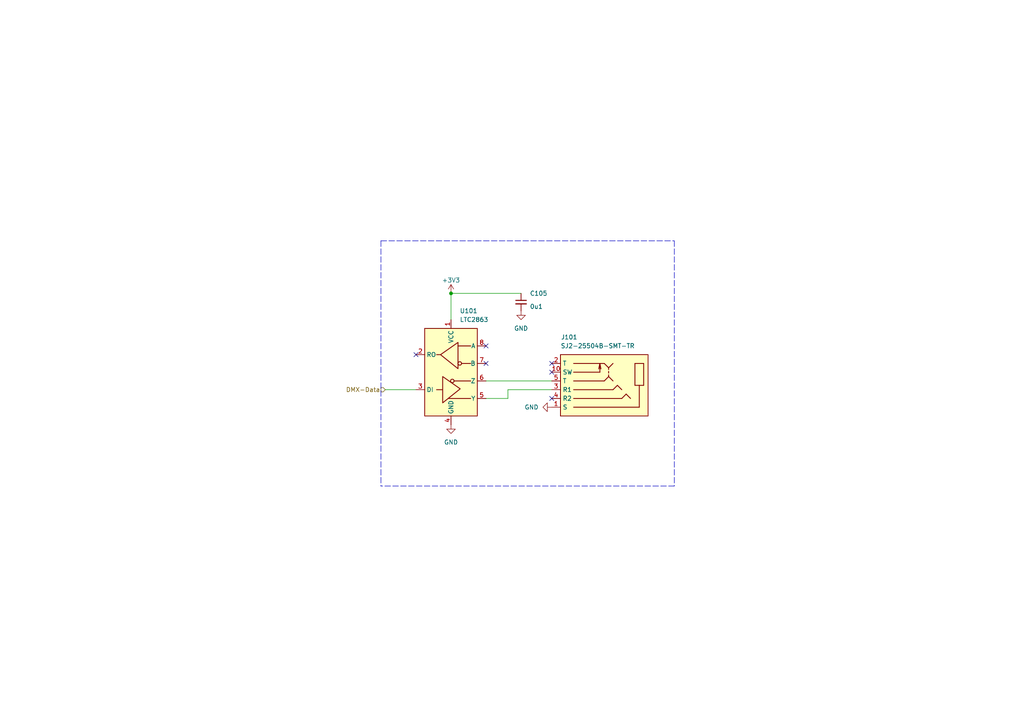
<source format=kicad_sch>
(kicad_sch (version 20230121) (generator eeschema)
  (paper "A4")
  (title_block (title "DMX Out") (date "2023-01-12") (company "Versio Duo"))
  (lib_symbols
    (symbol "Device:C_Small" (pin_numbers hide) (pin_names (offset 0.254) hide)
      (property "Reference" "C" (at 0.254 1.778 0))
      (property "Value" "C_Small" (at 0.254 -2.032 0))
      (symbol "C_Small_0_1"
        (polyline (pts (xy -1.524 -0.508) (xy 1.524 -0.508)) (stroke (width 0.3302)))
        (polyline (pts (xy -1.524 0.508) (xy 1.524 0.508)) (stroke (width 0.3048)))
      )
      (symbol "C_Small_1_1"
        (pin passive line (at 0 2.54 270) (length 2.032) (name "~") (number "1"))
        (pin passive line (at 0 -2.54 90) (length 2.032) (name "~") (number "2"))
      )
    )
    (symbol "V2_Connector_Audio:SJ2-25504B-SMT-TR" (pin_names (offset 0.635))
      (property "Reference" "J" (at -12.4714 13.2334 0))
      (property "Value" "SJ2-25504B-SMT-TR" (at -12.7254 10.7696 0))
      (symbol "SJ2-25504B-SMT-TR_0_0"
        (rectangle (start -12.7 8.89) (end 12.7 -8.89) (stroke (width 0.254)) (fill (type background)))
        (polyline (pts (xy -8.89 -6.35) (xy -1.27 -6.35)) (stroke (width 0.254)))
        (polyline (pts (xy -8.89 -1.27) (xy 0 -1.27)) (stroke (width 0.254)))
        (polyline (pts (xy -8.89 3.81) (xy 5.08 3.81)) (stroke (width 0.254)))
        (polyline (pts (xy -1.27 -6.35) (xy -1.6002 -4.7752)) (stroke (width 0.254)))
        (polyline (pts (xy -1.27 -6.35) (xy -1.27 -3.81)) (stroke (width 0.254)))
        (polyline (pts (xy -1.27 -6.35) (xy -0.9652 -4.7752)) (stroke (width 0.254)))
        (polyline (pts (xy -1.27 -3.81) (xy -8.89 -3.81)) (stroke (width 0.254)))
        (polyline (pts (xy 0 -6.35) (xy -1.27 -6.35)) (stroke (width 0.254)))
        (polyline (pts (xy 0 -1.27) (xy 1.27 -2.54)) (stroke (width 0.254)))
        (polyline (pts (xy 1.27 -5.08) (xy 0 -6.35)) (stroke (width 0.254)))
        (polyline (pts (xy 1.27 -4.572) (xy 1.27 -5.08)) (stroke (width 0.254)))
        (polyline (pts (xy 1.27 -4.064) (xy 1.27 -3.556)) (stroke (width 0.254)))
        (polyline (pts (xy 1.27 -2.54) (xy 1.27 -3.048)) (stroke (width 0.254)))
        (polyline (pts (xy 1.27 -2.54) (xy 2.54 -1.27)) (stroke (width 0.254)))
        (polyline (pts (xy 2.54 -6.35) (xy 1.27 -5.08)) (stroke (width 0.254)))
        (polyline (pts (xy 2.54 1.27) (xy -8.89 1.27)) (stroke (width 0.254)))
        (polyline (pts (xy 2.54 1.27) (xy 3.81 0)) (stroke (width 0.254)))
        (polyline (pts (xy 3.81 0) (xy 5.08 1.27)) (stroke (width 0.254)))
        (polyline (pts (xy 6.35 2.54) (xy 5.08 3.81)) (stroke (width 0.254)))
        (polyline (pts (xy 7.62 3.81) (xy 6.35 2.54)) (stroke (width 0.254)))
        (polyline (pts (xy 8.89 -6.35) (xy 11.43 -6.35)) (stroke (width 0.254)))
        (polyline (pts (xy 8.89 0) (xy 8.89 -6.35)) (stroke (width 0.254)))
        (polyline (pts (xy 10.16 0) (xy 8.89 0)) (stroke (width 0.254)))
        (polyline (pts (xy 10.16 0) (xy 10.16 6.35)) (stroke (width 0.254)))
        (polyline (pts (xy 10.16 6.35) (xy -8.89 6.35)) (stroke (width 0.254)))
        (polyline (pts (xy 11.43 -6.35) (xy 11.43 0)) (stroke (width 0.254)))
        (polyline (pts (xy 11.43 0) (xy 10.16 0)) (stroke (width 0.254)))
        (pin passive line (at -15.24 6.35 0) (length 2.54) (name "S") (number "1"))
        (pin passive line (at -15.24 -3.81 0) (length 2.54) (name "SW") (number "10"))
        (pin passive line (at -15.24 -6.35 0) (length 2.54) (name "T") (number "2"))
        (pin passive line (at -15.24 1.27 0) (length 2.54) (name "R1") (number "3"))
        (pin passive line (at -15.24 3.81 0) (length 2.54) (name "R2") (number "4"))
        (pin passive line (at -15.24 -1.27 0) (length 2.54) (name "T") (number "5"))
      )
    )
    (symbol "V2_Interface_UART:LTC2863"
      (property "Reference" "U" (at 3.175 17.78 0))
      (property "Value" "LTC2863" (at 11.43 15.24 0))
      (symbol "LTC2863_0_1"
        (rectangle (start -7.62 12.7) (end 7.62 -12.7) (stroke (width 0.254)) (fill (type background)))
      )
      (symbol "LTC2863_1_1"
        (polyline (pts (xy -2.54 -5.08) (xy -4.191 -5.08)) (stroke (width 0.254)))
        (polyline (pts (xy -0.635 -7.62) (xy 5.715 -7.62)) (stroke (width 0.254)))
        (polyline (pts (xy 0.889 -2.54) (xy 5.715 -2.54)) (stroke (width 0.254)))
        (polyline (pts (xy 2.032 7.62) (xy 5.715 7.62)) (stroke (width 0.254)))
        (polyline (pts (xy 3.048 2.54) (xy 5.715 2.54)) (stroke (width 0.254)))
        (polyline (pts (xy -3.175 5.08) (xy -4.191 5.08) (xy -4.064 5.08)) (stroke (width 0.254)))
        (polyline (pts (xy -2.413 -5.08) (xy -2.413 -1.27) (xy 2.667 -4.826) (xy -2.413 -8.89) (xy -2.413 -5.08)) (stroke (width 0.254)))
        (polyline (pts (xy 2.032 4.826) (xy 2.032 8.636) (xy -3.048 5.08) (xy 2.032 1.016) (xy 2.032 4.826)) (stroke (width 0.254)))
        (circle (center 0.381 -2.54) (radius 0.508) (stroke (width 0.254)))
        (circle (center 2.54 2.54) (radius 0.508) (stroke (width 0.254)))
        (pin power_in line (at 0 15.24 270) (length 2.54) (name "VCC") (number "1"))
        (pin output line (at -10.16 5.08 0) (length 2.54) (name "RO") (number "2"))
        (pin input line (at -10.16 -5.08 0) (length 2.54) (name "DI") (number "3"))
        (pin power_in line (at 0 -15.24 90) (length 2.54) (name "GND") (number "4"))
        (pin output line (at 10.16 -7.62 180) (length 2.54) (name "Y") (number "5"))
        (pin output line (at 10.16 -2.54 180) (length 2.54) (name "Z") (number "6"))
        (pin input line (at 10.16 2.54 180) (length 2.54) (name "B") (number "7"))
        (pin input line (at 10.16 7.62 180) (length 2.54) (name "A") (number "8"))
        (pin passive line (at 0 -15.24 90) (length 2.54) hide (name "GND") (number "9"))
      )
    )
    (symbol "power:+3V3" (power) (pin_names (offset 0))
      (property "Value" "+3V3" (at 0 3.556 0))
      (symbol "+3V3_0_1"
        (polyline (pts (xy -0.762 1.27) (xy 0 2.54)))
        (polyline (pts (xy 0 0) (xy 0 2.54)))
        (polyline (pts (xy 0 2.54) (xy 0.762 1.27)))
      )
      (symbol "+3V3_1_1"
        (pin power_in line (at 0 0 90) (length 0) hide (name "+3V3") (number "1"))
      )
    )
    (symbol "power:GND" (power) (pin_names (offset 0))
      (property "Value" "GND" (at 0 -3.81 0))
      (symbol "GND_0_1"
        (polyline (pts (xy 0 0) (xy 0 -1.27) (xy 1.27 -1.27) (xy 0 -2.54) (xy -1.27 -1.27) (xy 0 -1.27)))
      )
      (symbol "GND_1_1"
        (pin power_in line (at 0 0 270) (length 0) hide (name "GND") (number "1"))
      )
    )
  )
  (junction (at 130.81 85.09))
  (no_connect (at 160.02 107.95))
  (no_connect (at 140.97 100.33))
  (no_connect (at 160.02 115.57))
  (no_connect (at 160.02 105.41))
  (no_connect (at 120.65 102.87))
  (no_connect (at 140.97 105.41))
  (wire (pts (xy 140.97 115.57) (xy 147.32 115.57)))
  (wire (pts (xy 140.97 110.49) (xy 160.02 110.49)))
  (polyline (pts (xy 195.58 140.97) (xy 110.49 140.97)) (stroke (width 0) (type dash)))
  (wire (pts (xy 130.81 85.09) (xy 151.13 85.09)))
  (wire (pts (xy 147.32 115.57) (xy 147.32 113.03)))
  (wire (pts (xy 130.81 85.09) (xy 130.81 92.71)))
  (polyline (pts (xy 110.49 69.85) (xy 195.58 69.85)) (stroke (width 0) (type dash)))
  (wire (pts (xy 147.32 113.03) (xy 160.02 113.03)))
  (polyline (pts (xy 195.58 69.85) (xy 195.58 140.97)) (stroke (width 0) (type dash)))
  (polyline (pts (xy 110.49 69.85) (xy 110.49 140.97)) (stroke (width 0) (type dash)))
  (wire (pts (xy 120.65 113.03) (xy 111.76 113.03)))
  (hierarchical_label "DMX-Data" (shape input) (at 111.76 113.03 180))
  (symbol (lib_id "power:GND") (at 130.81 123.19 0) (unit 1)
    (property "Reference" "#PWR0105" (effects hide))
    (property "Value" "GND" (at 130.81 128.27 0))
    (instances (project "dmx" (path "" (reference "#PWR0105") (unit 1)) (path "" (reference "#PWR0202") (unit 1))))
  )
  (symbol (lib_id "power:+3V3") (at 130.81 85.09 0) (unit 1)
    (property "Reference" "#PWR0201" (effects hide))
    (property "Value" "+3V3" (at 130.81 81.28 0))
  )
  (symbol (lib_id "V2_Interface_UART:LTC2863") (at 130.81 107.95 0) (unit 1)
    (property "Reference" "U101" (at 133.35 90.17 0) (effects (justify left)))
    (property "Value" "LTC2863" (at 133.35 92.71 0) (effects (justify left)))
    (property "Footprint" "V2_Package_DFN_QFN:DFN-8-1EP_3x3mm_P0.5mm_EP1.65x2.38mm" (effects hide))
    (property "Datasheet" "https://www.analog.com/media/en/technical-documentation/data-sheets/285012fe.pdf" (effects hide))
    (instances (project "dmx" (path "" (reference "U101") (unit 1)) (path "" (reference "U201") (unit 1))))
  )
  (symbol (lib_id "power:GND") (at 160.02 118.11 270) (unit 1)
    (property "Reference" "#PWR0112" (effects hide))
    (property "Value" "GND" (at 156.21 118.1099 90) (effects (justify right)))
    (instances (project "dmx" (path "" (reference "#PWR0112") (unit 1)) (path "" (reference "#PWR0204") (unit 1))))
  )
  (symbol (lib_id "V2_Connector_Audio:SJ2-25504B-SMT-TR") (at 175.26 111.76 0) (mirror x) (unit 1)
    (property "Reference" "J101" (at 165.1 97.79 0))
    (property "Value" "SJ2-25504B-SMT-TR" (at 173.355 100.33 0))
    (property "Footprint" "V2_Connector_Audio:CUI_SJ2-25504B-SMT-TR" (effects hide))
    (property "Sim.Enable" "0" (effects hide))
    (instances (project "dmx" (path "" (reference "J101") (unit 1)) (path "" (reference "J201") (unit 1))))
  )
  (symbol (lib_id "Device:C_Small") (at 151.13 87.63 0) (unit 1)
    (property "Reference" "C105" (at 153.67 85.0962 0) (effects (justify left)))
    (property "Value" "0u1" (at 153.67 88.9062 0) (effects (justify left)))
    (property "Footprint" "Capacitor_SMD:C_0603_1608Metric" (effects hide))
    (instances (project "dmx" (path "" (reference "C105") (unit 1)) (path "" (reference "C201") (unit 1))))
  )
  (symbol (lib_id "power:GND") (at 151.13 90.17 0) (unit 1)
    (property "Reference" "#PWR0109" (effects hide))
    (property "Value" "GND" (at 151.13 95.25 0))
    (instances (project "dmx" (path "" (reference "#PWR0109") (unit 1)) (path "" (reference "#PWR0203") (unit 1))))
  )
)
</source>
